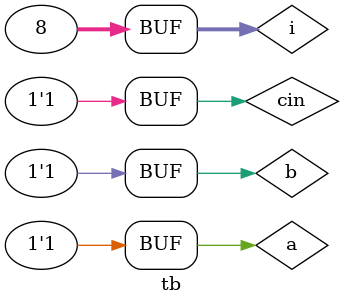
<source format=v>

module ha(input a,b,
          output sum,cout);
  assign sum=a^b;
  assign cout=a&b;
endmodule

module fa(input a,b,cin, 
          output sum,cout);
  wire s1,s2,s3;
  ha h1(.a(a),.b(b),.sum(s1),.cout(s2));
  ha ha2(.a(s1),.b(cin),.sum(sum),.cout(s3));
        
    assign cout=s2|s3;
        
endmodule
         
//testbench

module tb;
  reg a,b,cin;
  wire sum,cout;
  integer i;
  fa fa1(.a(a),.b(b),.cin(cin),.sum(sum),.cout(cout));
  initial begin
    a<=0;
    b<=0;
    cin<=0;
      $monitor("a=%b b=%b cin=%b sum=%b cout=%b",a,b,cin,sum,cout);
    for(i=0;i<8;i++)
      begin
        {a,b,cin}=i;
        #10;
      end
  
  end
    
   initial
    begin
      $dumpfile("dump.vcd");
      $dumpvars();
    end
endmodule
         

</source>
